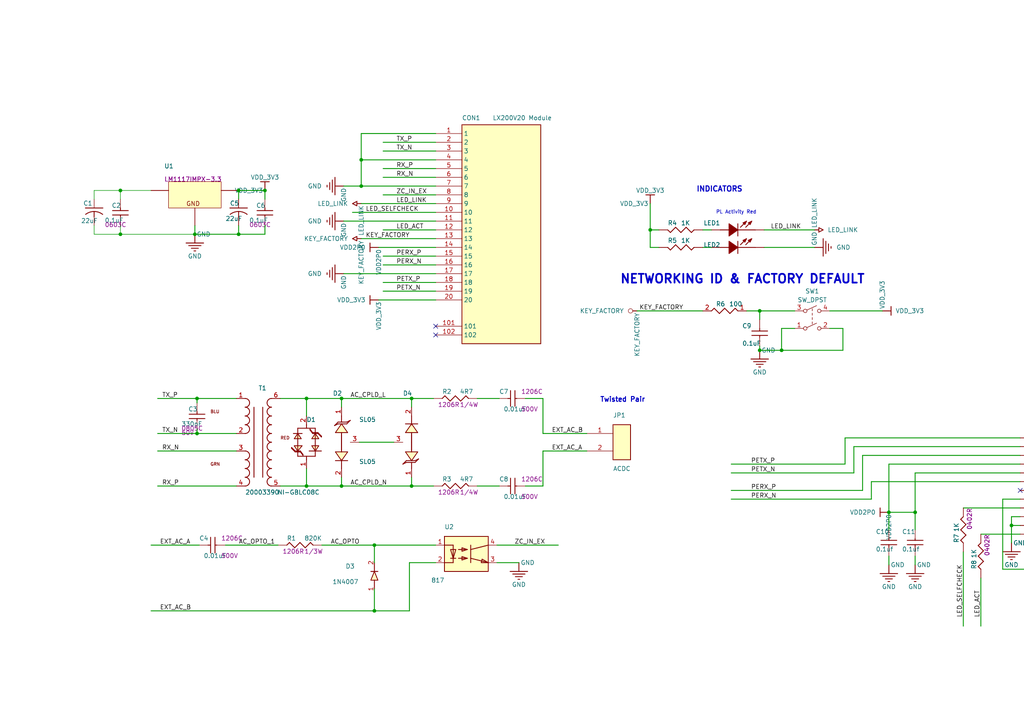
<source format=kicad_sch>
(kicad_sch (version 20230409) (generator eeschema)
  (paper "A4")
  (lib_symbols
    (symbol "01_Power-altium-import:GND" (power)
      (property "Reference" "#PWR" (at 0 0 0))
      (property "Value" "GND" (at 0 6.35 0))
      (symbol "GND_0_0"
        (pin power_in line (at 0 0 0) (length 0) (name "GND") (number ""))
      )
    )
    (symbol "01_Power-altium-import:KEY_FACTORY" (power)
      (property "Reference" "#PWR" (at 0 0 0))
      (property "Value" "KEY_FACTORY" (at 0 3.81 0))
      (symbol "KEY_FACTORY_0_0"
        (pin power_in line (at 0 0 0) (length 0) (name "KEY_FACTORY") (number ""))
      )
    )
    (symbol "01_Power-altium-import:LED_LINK" (power)
      (property "Reference" "#PWR" (at 0 0 0))
      (property "Value" "LED_LINK" (at 0 3.81 0))
      (symbol "LED_LINK_0_0"
        (pin power_in line (at 0 0 0) (length 0) (name "LED_LINK") (number ""))
      )
    )
    (symbol "01_Power-altium-import:VDD_3V3" (power)
      (property "Reference" "#PWR" (at 0 0 0))
      (property "Value" "VDD_3V3" (at 0 3.81 0))
      (symbol "VDD_3V3_0_0"
        (pin power_in line (at 0 0 0) (length 0) (name "VDD_3V3") (number ""))
      )
    )
    (symbol "01_Power-altium-import:root_0_CAP"
      (symbol "root_0_CAP_1_0"
        (pin passive line (at 2.54 2.54 270) (length 2.54) (name "1") (number "1"))
        (pin passive line (at 2.54 -5.08 90) (length 2.54) (name "2") (number "2"))
      )
    )
    (symbol "01_Power-altium-import:root_0_LED_BLUE"
      (symbol "root_0_LED_BLUE_1_0"
        (pin passive line (at -2.54 -2.54 0) (length 2.54) (name "ANODE") (number "1"))
        (pin passive line (at 12.7 -2.54 180) (length 2.54) (name "CATHODE") (number "2"))
      )
    )
    (symbol "01_Power-altium-import:root_0_LED_RED"
      (symbol "root_0_LED_RED_1_0"
        (pin passive line (at -2.54 -2.54 0) (length 2.54) (name "ANODE") (number "1"))
        (pin passive line (at 12.7 -2.54 180) (length 2.54) (name "CATHODE") (number "2"))
      )
    )
    (symbol "01_Power-altium-import:root_0_LM1117IMPX-3.3"
      (symbol "root_0_LM1117IMPX-3.3_1_0"
        (text "GND" (at 5.08 -7.112 0) (effects (font (size 1.27 1.27)) (justify left bottom)))
        (pin passive line (at -5.08 -2.54 0) (length 5.08) (name "Vin") (number "1"))
        (pin passive line (at 20.32 -2.54 180) (length 5.08) (name "Vout") (number "2"))
        (pin passive line (at 7.62 -12.7 90) (length 5.08) (name "GND") (number "3"))
      )
    )
    (symbol "01_Power-altium-import:root_1_mirrored_R_0_Dup1"
      (symbol "root_1_mirrored_R_0_Dup1_1_0"
        (pin passive line (at 2.54 2.54 180) (length 2.54) (name "1") (number "1"))
        (pin passive line (at -10.16 2.54 0) (length 2.54) (name "2") (number "2"))
      )
    )
    (symbol "01_Power-altium-import:root_2_C"
      (symbol "root_2_C_1_0"
        (pin passive line (at -2.54 -2.54 90) (length 2.54) (name "1") (number "1"))
        (pin passive line (at -2.54 5.08 270) (length 2.54) (name "2") (number "2"))
      )
    )
    (symbol "01_Power-altium-import:root_2_CAP"
      (symbol "root_2_CAP_1_0"
        (pin passive line (at 0 -3.683 90) (length 2.54) (name "1") (number "1"))
        (pin passive line (at 0 3.937 270) (length 2.54) (name "2") (number "2"))
      )
    )
    (symbol "01_Power-altium-import:root_2_RES"
      (symbol "root_2_RES_1_0"
        (pin passive line (at 6.35 0 180) (length 2.54) (name "R1A") (number "1"))
        (pin passive line (at -6.35 0 0) (length 2.54) (name "R1B") (number "2"))
      )
    )
    (symbol "02_Connector-altium-import:GND" (power)
      (property "Reference" "#PWR" (at 0 0 0))
      (property "Value" "GND" (at 0 6.35 0))
      (symbol "GND_0_0"
        (pin power_in line (at 0 0 0) (length 0) (name "GND") (number ""))
      )
    )
    (symbol "02_Connector-altium-import:GND_EARTH" (power)
      (property "Reference" "#PWR" (at 0 0 0))
      (property "Value" "GND_EARTH" (at 0 6.35 0))
      (symbol "GND_EARTH_0_0"
        (pin power_in line (at 0 0 0) (length 0) (name "GND_EARTH") (number ""))
      )
    )
    (symbol "02_Connector-altium-import:KEY_FACTORY" (power)
      (property "Reference" "#PWR" (at 0 0 0))
      (property "Value" "KEY_FACTORY" (at 0 3.81 0))
      (symbol "KEY_FACTORY_0_0"
        (pin power_in line (at 0 0 0) (length 0) (name "KEY_FACTORY") (number ""))
      )
    )
    (symbol "02_Connector-altium-import:LED_LINK" (power)
      (property "Reference" "#PWR" (at 0 0 0))
      (property "Value" "LED_LINK" (at 0 3.81 0))
      (symbol "LED_LINK_0_0"
        (pin power_in line (at 0 0 0) (length 0) (name "LED_LINK") (number ""))
      )
    )
    (symbol "02_Connector-altium-import:VDD2P0" (power)
      (property "Reference" "#PWR" (at 0 0 0))
      (property "Value" "VDD2P0" (at 0 3.81 0))
      (symbol "VDD2P0_0_0"
        (pin power_in line (at 0 0 0) (length 0) (name "VDD2P0") (number ""))
      )
    )
    (symbol "02_Connector-altium-import:VDD_3V3" (power)
      (property "Reference" "#PWR" (at 0 0 0))
      (property "Value" "VDD_3V3" (at 0 3.81 0))
      (symbol "VDD_3V3_0_0"
        (pin power_in line (at 0 0 0) (length 0) (name "VDD_3V3") (number ""))
      )
    )
    (symbol "02_Connector-altium-import:root_0_CAP_Dup1"
      (symbol "root_0_CAP_Dup1_1_0"
        (pin passive line (at 2.54 2.54 270) (length 2.54) (name "Pin1") (number "1"))
        (pin passive line (at 2.54 -5.08 90) (length 2.54) (name "Pin2") (number "2"))
      )
    )
    (symbol "02_Connector-altium-import:root_0_CON3_10"
      (symbol "root_0_CON3_10_1_0"
        (pin passive line (at -7.62 -2.54 0) (length 7.62) (name "1") (number "1"))
        (pin passive line (at -7.62 -7.62 0) (length 7.62) (name "2") (number "2"))
      )
    )
    (symbol "02_Connector-altium-import:root_0_CON40_1"
      (symbol "root_0_CON40_1_1_0"
        (pin passive line (at -7.62 -2.54 0) (length 7.62) (name "1") (number "1"))
        (pin passive line (at -7.62 -25.4 0) (length 7.62) (name "10") (number "10"))
        (pin passive line (at -7.62 -58.42 0) (length 7.62) (name "101") (number "101"))
        (pin passive line (at -7.62 -60.96 0) (length 7.62) (name "102") (number "102"))
        (pin passive line (at -7.62 -27.94 0) (length 7.62) (name "11") (number "11"))
        (pin passive line (at -7.62 -30.48 0) (length 7.62) (name "12") (number "12"))
        (pin passive line (at -7.62 -33.02 0) (length 7.62) (name "13") (number "13"))
        (pin passive line (at -7.62 -35.56 0) (length 7.62) (name "14") (number "14"))
        (pin passive line (at -7.62 -38.1 0) (length 7.62) (name "15") (number "15"))
        (pin passive line (at -7.62 -40.64 0) (length 7.62) (name "16") (number "16"))
        (pin passive line (at -7.62 -43.18 0) (length 7.62) (name "17") (number "17"))
        (pin passive line (at -7.62 -45.72 0) (length 7.62) (name "18") (number "18"))
        (pin passive line (at -7.62 -48.26 0) (length 7.62) (name "19") (number "19"))
        (pin passive line (at -7.62 -5.08 0) (length 7.62) (name "2") (number "2"))
        (pin passive line (at -7.62 -50.8 0) (length 7.62) (name "20") (number "20"))
        (pin passive line (at -7.62 -7.62 0) (length 7.62) (name "3") (number "3"))
        (pin passive line (at -7.62 -10.16 0) (length 7.62) (name "4") (number "4"))
        (pin passive line (at -7.62 -12.7 0) (length 7.62) (name "5") (number "5"))
        (pin passive line (at -7.62 -15.24 0) (length 7.62) (name "6") (number "6"))
        (pin passive line (at -7.62 -17.78 0) (length 7.62) (name "7") (number "7"))
        (pin passive line (at -7.62 -20.32 0) (length 7.62) (name "8") (number "8"))
        (pin passive line (at -7.62 -22.86 0) (length 7.62) (name "9") (number "9"))
      )
    )
    (symbol "02_Connector-altium-import:root_0_COUPLER-6PIN-CE"
      (symbol "root_0_COUPLER-6PIN-CE_1_0"
        (text "BLU" (at -10.16 -4.318 0) (effects (font (size 0.889 0.889)) (justify left bottom)))
        (text "GRN" (at -10.16 -19.558 0) (effects (font (size 0.889 0.889)) (justify left bottom)))
        (text "RED" (at 10.16 -11.938 0) (effects (font (size 0.889 0.889)) (justify left bottom)))
        (pin passive line (at -2.54 0 0) (length 2.54) (name "SEC1") (number "1"))
        (pin passive line (at -2.54 -10.16 0) (length 2.54) (name "SEC2") (number "2"))
        (pin passive line (at -2.54 -15.24 0) (length 2.54) (name "SEC3") (number "3"))
        (pin passive line (at -2.54 -25.4 0) (length 2.54) (name "SEC5") (number "4"))
        (pin passive line (at 10.16 -25.4 180) (length 2.54) (name "PRI5") (number "5"))
        (pin passive line (at 10.16 0 180) (length 2.54) (name "PRI6") (number "6"))
      )
    )
    (symbol "02_Connector-altium-import:root_0_RES"
      (symbol "root_0_RES_1_0"
        (pin passive line (at -6.35 0 0) (length 2.54) (name "R1A") (number "1"))
        (pin passive line (at 6.35 0 180) (length 2.54) (name "R1B") (number "2"))
      )
    )
    (symbol "02_Connector-altium-import:root_0_RJ45-12P-MH"
      (symbol "root_0_RJ45-12P-MH_1_0"
        (pin passive line (at -7.62 -2.54 0) (length 7.62) (name "1") (number "1"))
        (pin passive line (at -7.62 -25.4 0) (length 7.62) (name "10") (number "10"))
        (pin passive line (at -7.62 -27.94 0) (length 7.62) (name "11") (number "11"))
        (pin passive line (at -7.62 -30.48 0) (length 7.62) (name "12") (number "12"))
        (pin power_in line (at 2.54 -35.56 90) (length 2.54) (name "GND") (number "13"))
        (pin power_in line (at 7.62 -35.56 90) (length 2.54) (name "GND") (number "14"))
        (pin passive line (at -7.62 -5.08 0) (length 7.62) (name "2") (number "2"))
        (pin passive line (at -7.62 -7.62 0) (length 7.62) (name "3") (number "3"))
        (pin passive line (at -7.62 -10.16 0) (length 7.62) (name "4") (number "4"))
        (pin passive line (at -7.62 -12.7 0) (length 7.62) (name "5") (number "5"))
        (pin passive line (at -7.62 -15.24 0) (length 7.62) (name "6") (number "6"))
        (pin passive line (at -7.62 -17.78 0) (length 7.62) (name "7") (number "7"))
        (pin passive line (at -7.62 -20.32 0) (length 7.62) (name "8") (number "8"))
        (pin passive line (at -7.62 -22.86 0) (length 7.62) (name "9") (number "9"))
      )
    )
    (symbol "02_Connector-altium-import:root_0_mirrored_GBLC05C"
      (symbol "root_0_mirrored_GBLC05C_1_0"
        (pin passive line (at -5.08 -12.7 90) (length 2.54) (name "C") (number "1"))
        (pin passive line (at -5.08 2.54 270) (length 2.54) (name "A") (number "2"))
      )
    )
    (symbol "02_Connector-altium-import:root_0_mirrored_OPTO-ISOLATOR"
      (symbol "root_0_mirrored_OPTO-ISOLATOR_1_0"
        (pin passive line (at -15.24 -2.54 0) (length 2.54) (name "$PIN0") (number "1"))
        (pin passive line (at -15.24 -7.62 0) (length 2.54) (name "$PIN1") (number "2"))
        (pin passive line (at 2.54 -7.62 180) (length 2.54) (name "$PIN2") (number "3"))
        (pin passive line (at 2.54 -2.54 180) (length 2.54) (name "$PIN3") (number "4"))
      )
    )
    (symbol "02_Connector-altium-import:root_1_INDUCTOR_Dup3"
      (symbol "root_1_INDUCTOR_Dup3_1_0"
        (pin passive line (at -2.54 2.54 0) (length 2.54) (name "1") (number "1"))
        (pin passive line (at 12.7 2.54 180) (length 2.54) (name "2") (number "2"))
      )
    )
    (symbol "02_Connector-altium-import:root_1_RES"
      (symbol "root_1_RES_1_0"
        (pin passive line (at 0 -6.35 90) (length 2.54) (name "R1A") (number "1"))
        (pin passive line (at 0 6.35 270) (length 2.54) (name "R1B") (number "2"))
      )
    )
    (symbol "02_Connector-altium-import:root_1_SL05T3_1"
      (symbol "root_1_SL05T3_1_1_0"
        (pin passive line (at 2.54 17.78 270) (length 2.54) (name "C1") (number "1"))
        (pin passive line (at 2.54 -2.54 90) (length 2.54) (name "C2") (number "2"))
        (pin passive line (at 7.62 7.62 180) (length 2.54) (name "NC") (number "3"))
      )
    )
    (symbol "02_Connector-altium-import:root_1_mirrored_DIODE_0"
      (symbol "root_1_mirrored_DIODE_0_1_0"
        (pin passive line (at -2.54 0 90) (length 0) (name "K") (number "1"))
        (pin passive line (at -2.54 7.62 270) (length 0) (name "A") (number "2"))
      )
    )
    (symbol "02_Connector-altium-import:root_2_CAP"
      (symbol "root_2_CAP_1_0"
        (pin passive line (at 0 -3.683 90) (length 2.54) (name "1") (number "1"))
        (pin passive line (at 0 3.937 270) (length 2.54) (name "2") (number "2"))
      )
    )
    (symbol "02_Connector-altium-import:root_3_CAP"
      (symbol "root_3_CAP_1_0"
        (pin passive line (at 3.683 0 180) (length 2.54) (name "1") (number "1"))
        (pin passive line (at -3.937 0 0) (length 2.54) (name "2") (number "2"))
      )
    )
    (symbol "02_Connector-altium-import:root_3_SL05T3_1"
      (symbol "root_3_SL05T3_1_1_0"
        (pin passive line (at -2.54 -17.78 90) (length 2.54) (name "C1") (number "1"))
        (pin passive line (at -2.54 2.54 270) (length 2.54) (name "C2") (number "2"))
        (pin passive line (at -7.62 -7.62 0) (length 2.54) (name "NC") (number "3"))
      )
    )
    (symbol "Switch:SW_DPST" (pin_names (offset 0) hide)
      (property "Reference" "SW" (at 0 5.08 0))
      (property "Value" "SW_DPST" (at 0 -5.08 0))
      (symbol "SW_DPST_1_1"
        (pin passive line (at -5.08 -2.54 0) (length 2.54) (name "1") (number "1"))
        (pin passive line (at 5.08 -2.54 180) (length 2.54) (name "2") (number "2"))
        (pin passive line (at -5.08 2.54 0) (length 2.54) (name "3") (number "3"))
        (pin passive line (at 5.08 2.54 180) (length 2.54) (name "4") (number "4"))
      )
    )
  )
  (junction (at 220.345 90.17))
  (junction (at 188.595 66.675))
  (junction (at 69.215 55.245))
  (junction (at 119.38 140.97))
  (junction (at 76.835 55.245))
  (junction (at 306.07 165.1))
  (junction (at 311.15 170.18))
  (junction (at 108.585 158.115))
  (junction (at 56.515 67.945))
  (junction (at 34.925 55.245))
  (junction (at 57.15 115.57))
  (junction (at 293.37 152.4))
  (junction (at 88.9 140.97))
  (junction (at 99.06 140.97))
  (junction (at 104.775 46.355))
  (junction (at 69.215 67.945))
  (junction (at 57.15 125.73))
  (junction (at 88.9 115.57))
  (junction (at 104.775 53.975))
  (junction (at 226.695 101.6))
  (junction (at 311.15 165.1))
  (junction (at 265.43 148.59))
  (junction (at 108.585 177.165))
  (junction (at 220.345 101.6))
  (junction (at 34.925 67.945))
  (junction (at 119.38 115.57))
  (junction (at 334.01 170.18))
  (junction (at 99.06 115.57))
  (junction (at 257.81 148.59))
  (no_connect (at 295.91 142.24))
  (no_connect (at 126.365 97.155))
  (no_connect (at 126.365 94.615))
  (wire (pts (xy 250.19 142.24) (xy 250.19 132.08)) (stroke (width 0.254)))
  (wire (pts (xy 69.215 67.945) (xy 76.835 67.945)) (stroke (width 0.254)))
  (wire (pts (xy 188.595 71.755) (xy 188.595 66.675)) (stroke (width 0.254)))
  (wire (pts (xy 27.305 67.945) (xy 34.925 67.945)))
  (wire (pts (xy 161.925 158.115) (xy 144.145 158.115)) (stroke (width 0.254)))
  (wire (pts (xy 252.73 144.78) (xy 252.73 139.7)) (stroke (width 0.254)))
  (wire (pts (xy 126.365 41.275) (xy 111.125 41.275)) (stroke (width 0.254)))
  (wire (pts (xy 257.81 148.59) (xy 257.81 153.67)) (stroke (width 0.254)))
  (wire (pts (xy 76.835 55.245) (xy 69.215 55.245)) (stroke (width 0.254)))
  (wire (pts (xy 236.22 66.675) (xy 221.615 66.675)) (stroke (width 0.254)))
  (wire (pts (xy 290.83 144.78) (xy 290.83 165.1)) (stroke (width 0.254)))
  (wire (pts (xy 257.81 134.62) (xy 257.81 148.59)) (stroke (width 0.254)))
  (wire (pts (xy 104.775 46.355) (xy 104.775 53.975)) (stroke (width 0.254)))
  (wire (pts (xy 236.22 71.755) (xy 221.615 71.755)) (stroke (width 0.254)))
  (wire (pts (xy 157.48 125.73) (xy 157.48 115.57)) (stroke (width 0.254)))
  (wire (pts (xy 104.775 53.975) (xy 99.695 53.975)) (stroke (width 0.254)))
  (wire (pts (xy 293.37 149.86) (xy 293.37 152.4)) (stroke (width 0.254)))
  (wire (pts (xy 265.43 137.16) (xy 265.43 148.59)) (stroke (width 0.254)))
  (wire (pts (xy 88.9 140.97) (xy 81.28 140.97)) (stroke (width 0.254)))
  (wire (pts (xy 220.345 100.33) (xy 220.345 101.6)) (stroke (width 0.254)))
  (wire (pts (xy 206.375 71.755) (xy 203.835 71.755)) (stroke (width 0.254)))
  (wire (pts (xy 245.11 134.62) (xy 212.09 134.62)) (stroke (width 0.254)))
  (wire (pts (xy 311.15 170.18) (xy 311.15 175.26)) (stroke (width 0.254)))
  (wire (pts (xy 306.07 160.02) (xy 306.07 165.1)) (stroke (width 0.254)))
  (wire (pts (xy 306.07 165.1) (xy 311.15 165.1)) (stroke (width 0.254)))
  (wire (pts (xy 334.01 170.18) (xy 334.01 173.99)) (stroke (width 0.254)))
  (wire (pts (xy 34.925 65.405) (xy 34.925 67.945)))
  (wire (pts (xy 88.9 115.57) (xy 81.28 115.57)) (stroke (width 0.254)))
  (wire (pts (xy 99.06 140.97) (xy 99.06 138.43)) (stroke (width 0.254)))
  (wire (pts (xy 99.06 118.11) (xy 99.06 115.57)) (stroke (width 0.254)))
  (wire (pts (xy 126.365 81.915) (xy 111.125 81.915)) (stroke (width 0.254)))
  (wire (pts (xy 220.345 90.17) (xy 220.345 92.71)) (stroke (width 0.254)))
  (wire (pts (xy 119.38 140.97) (xy 99.06 140.97)) (stroke (width 0.254)))
  (wire (pts (xy 144.78 140.97) (xy 138.43 140.97)) (stroke (width 0.254)))
  (wire (pts (xy 144.78 115.57) (xy 138.43 115.57)) (stroke (width 0.254)))
  (wire (pts (xy 45.72 125.73) (xy 57.15 125.73)) (stroke (width 0.254)))
  (wire (pts (xy 27.305 57.785) (xy 27.305 55.245)))
  (wire (pts (xy 295.91 137.16) (xy 265.43 137.16)) (stroke (width 0.254)))
  (wire (pts (xy 126.365 46.355) (xy 104.775 46.355)) (stroke (width 0.254)))
  (wire (pts (xy 212.09 142.24) (xy 250.19 142.24)) (stroke (width 0.254)))
  (wire (pts (xy 334.01 165.1) (xy 334.01 170.18)) (stroke (width 0.254)))
  (wire (pts (xy 150.495 163.195) (xy 144.145 163.195)) (stroke (width 0.254)))
  (wire (pts (xy 126.365 84.455) (xy 111.125 84.455)) (stroke (width 0.254)))
  (wire (pts (xy 191.135 66.675) (xy 188.595 66.675)) (stroke (width 0.254)))
  (wire (pts (xy 126.365 163.195) (xy 118.745 163.195)) (stroke (width 0.254)))
  (wire (pts (xy 76.835 67.945) (xy 76.835 65.405)) (stroke (width 0.254)))
  (wire (pts (xy 240.665 90.17) (xy 255.905 90.17)) (stroke (width 0.254)))
  (wire (pts (xy 220.345 90.17) (xy 216.535 90.17)) (stroke (width 0.254)))
  (wire (pts (xy 188.595 66.675) (xy 188.595 59.055)) (stroke (width 0.254)))
  (wire (pts (xy 125.73 115.57) (xy 119.38 115.57)) (stroke (width 0.254)))
  (wire (pts (xy 293.37 152.4) (xy 295.91 152.4)) (stroke (width 0.254)))
  (wire (pts (xy 226.695 101.6) (xy 244.475 101.6)) (stroke (width 0.254)))
  (wire (pts (xy 76.835 57.785) (xy 76.835 55.245)) (stroke (width 0.254)))
  (wire (pts (xy 295.91 149.86) (xy 293.37 149.86)) (stroke (width 0.254)))
  (wire (pts (xy 293.37 152.4) (xy 293.37 157.48)) (stroke (width 0.254)))
  (wire (pts (xy 126.365 66.675) (xy 111.125 66.675)) (stroke (width 0.254)))
  (wire (pts (xy 126.365 53.975) (xy 104.775 53.975)) (stroke (width 0.254)))
  (wire (pts (xy 226.695 95.25) (xy 230.505 95.25)) (stroke (width 0.254)))
  (wire (pts (xy 247.65 137.16) (xy 212.09 137.16)) (stroke (width 0.254)))
  (wire (pts (xy 68.58 140.97) (xy 45.72 140.97)) (stroke (width 0.254)))
  (wire (pts (xy 206.375 66.675) (xy 203.835 66.675)) (stroke (width 0.254)))
  (wire (pts (xy 311.15 165.1) (xy 311.15 170.18)) (stroke (width 0.254)))
  (wire (pts (xy 126.365 56.515) (xy 111.125 56.515)) (stroke (width 0.254)))
  (wire (pts (xy 45.72 115.57) (xy 57.15 115.57)) (stroke (width 0.254)))
  (wire (pts (xy 57.15 125.73) (xy 68.58 125.73)) (stroke (width 0.254)))
  (wire (pts (xy 328.93 165.1) (xy 334.01 165.1)) (stroke (width 0.254)))
  (wire (pts (xy 126.365 79.375) (xy 99.695 79.375)) (stroke (width 0.254)))
  (wire (pts (xy 69.215 65.405) (xy 69.215 67.945)) (stroke (width 0.254)))
  (wire (pts (xy 184.785 90.17) (xy 203.835 90.17)) (stroke (width 0.254)))
  (wire (pts (xy 212.09 144.78) (xy 252.73 144.78)) (stroke (width 0.254)))
  (wire (pts (xy 295.91 127) (xy 245.11 127)) (stroke (width 0.254)))
  (wire (pts (xy 126.365 71.755) (xy 109.855 71.755)) (stroke (width 0.254)))
  (wire (pts (xy 240.665 95.25) (xy 244.475 95.25)) (stroke (width 0.254)))
  (wire (pts (xy 69.215 55.245) (xy 69.215 57.785)) (stroke (width 0.254)))
  (wire (pts (xy 56.515 67.945) (xy 69.215 67.945)) (stroke (width 0.254)))
  (wire (pts (xy 126.365 51.435) (xy 111.125 51.435)) (stroke (width 0.254)))
  (wire (pts (xy 126.365 48.895) (xy 111.125 48.895)) (stroke (width 0.254)))
  (wire (pts (xy 119.38 118.11) (xy 119.38 115.57)) (stroke (width 0.254)))
  (wire (pts (xy 99.06 115.57) (xy 88.9 115.57)) (stroke (width 0.254)))
  (wire (pts (xy 119.38 140.97) (xy 119.38 138.43)) (stroke (width 0.254)))
  (wire (pts (xy 126.365 64.135) (xy 99.695 64.135)) (stroke (width 0.254)))
  (wire (pts (xy 252.73 139.7) (xy 295.91 139.7)) (stroke (width 0.254)))
  (wire (pts (xy 126.365 76.835) (xy 111.125 76.835)) (stroke (width 0.254)))
  (wire (pts (xy 27.305 55.245) (xy 34.925 55.245)))
  (wire (pts (xy 157.48 140.97) (xy 157.48 130.81)) (stroke (width 0.254)))
  (wire (pts (xy 245.11 127) (xy 245.11 134.62)) (stroke (width 0.254)))
  (wire (pts (xy 265.43 148.59) (xy 265.43 153.67)) (stroke (width 0.254)))
  (wire (pts (xy 57.15 115.57) (xy 68.58 115.57)) (stroke (width 0.254)))
  (wire (pts (xy 27.305 65.405) (xy 27.305 67.945)))
  (wire (pts (xy 118.745 163.195) (xy 118.745 177.165)) (stroke (width 0.254)))
  (wire (pts (xy 126.365 38.735) (xy 104.775 38.735)) (stroke (width 0.254)))
  (wire (pts (xy 152.4 140.97) (xy 157.48 140.97)) (stroke (width 0.254)))
  (wire (pts (xy 34.925 55.245) (xy 43.815 55.245)))
  (wire (pts (xy 290.83 165.1) (xy 306.07 165.1)) (stroke (width 0.254)))
  (wire (pts (xy 108.585 177.165) (xy 108.585 170.815)) (stroke (width 0.254)))
  (wire (pts (xy 157.48 130.81) (xy 170.18 130.81)) (stroke (width 0.254)))
  (wire (pts (xy 244.475 101.6) (xy 244.475 95.25)) (stroke (width 0.254)))
  (wire (pts (xy 157.48 115.57) (xy 152.4 115.57)) (stroke (width 0.254)))
  (wire (pts (xy 170.18 125.73) (xy 157.48 125.73)) (stroke (width 0.254)))
  (wire (pts (xy 57.785 158.115) (xy 43.815 158.115)) (stroke (width 0.254)))
  (wire (pts (xy 279.4 160.02) (xy 279.4 181.61)) (stroke (width 0.254)))
  (wire (pts (xy 56.515 65.405) (xy 56.515 67.945)) (stroke (width 0.254)))
  (wire (pts (xy 257.81 148.59) (xy 265.43 148.59)) (stroke (width 0.254)))
  (wire (pts (xy 295.91 129.54) (xy 247.65 129.54)) (stroke (width 0.254)))
  (wire (pts (xy 108.585 158.115) (xy 126.365 158.115)) (stroke (width 0.254)))
  (wire (pts (xy 57.15 116.84) (xy 57.15 115.57)) (stroke (width 0.254)))
  (wire (pts (xy 118.745 177.165) (xy 108.585 177.165)) (stroke (width 0.254)))
  (wire (pts (xy 220.345 90.17) (xy 230.505 90.17)) (stroke (width 0.254)))
  (wire (pts (xy 311.15 165.1) (xy 311.15 160.02)) (stroke (width 0.254)))
  (wire (pts (xy 108.585 177.165) (xy 43.815 177.165)) (stroke (width 0.254)))
  (wire (pts (xy 126.365 43.815) (xy 111.125 43.815)) (stroke (width 0.254)))
  (wire (pts (xy 126.365 61.595) (xy 102.235 61.595)) (stroke (width 0.254)))
  (wire (pts (xy 57.15 124.46) (xy 57.15 125.73)) (stroke (width 0.254)))
  (wire (pts (xy 88.9 120.65) (xy 88.9 115.57)) (stroke (width 0.254)))
  (wire (pts (xy 68.58 130.81) (xy 45.72 130.81)) (stroke (width 0.254)))
  (wire (pts (xy 126.365 59.055) (xy 104.775 59.055)) (stroke (width 0.254)))
  (wire (pts (xy 88.9 140.97) (xy 88.9 135.89)) (stroke (width 0.254)))
  (wire (pts (xy 295.91 144.78) (xy 290.83 144.78)) (stroke (width 0.254)))
  (wire (pts (xy 226.695 95.25) (xy 226.695 101.6)) (stroke (width 0.254)))
  (wire (pts (xy 108.585 163.195) (xy 108.585 158.115)) (stroke (width 0.254)))
  (wire (pts (xy 80.645 158.115) (xy 65.405 158.115)) (stroke (width 0.254)))
  (wire (pts (xy 247.65 129.54) (xy 247.65 137.16)) (stroke (width 0.254)))
  (wire (pts (xy 125.73 140.97) (xy 119.38 140.97)) (stroke (width 0.254)))
  (wire (pts (xy 93.345 158.115) (xy 108.585 158.115)) (stroke (width 0.254)))
  (wire (pts (xy 220.345 101.6) (xy 226.695 101.6)) (stroke (width 0.254)))
  (wire (pts (xy 126.365 69.215) (xy 104.775 69.215)) (stroke (width 0.254)))
  (wire (pts (xy 126.365 86.995) (xy 109.855 86.995)) (stroke (width 0.254)))
  (wire (pts (xy 265.43 163.83) (xy 265.43 161.29)) (stroke (width 0.254)))
  (wire (pts (xy 257.81 163.83) (xy 257.81 161.29)) (stroke (width 0.254)))
  (wire (pts (xy 99.06 140.97) (xy 88.9 140.97)) (stroke (width 0.254)))
  (wire (pts (xy 295.91 147.32) (xy 279.4 147.32)) (stroke (width 0.254)))
  (wire (pts (xy 295.91 134.62) (xy 257.81 134.62)) (stroke (width 0.254)))
  (wire (pts (xy 104.775 38.735) (xy 104.775 46.355)) (stroke (width 0.254)))
  (wire (pts (xy 114.3 128.27) (xy 104.14 128.27)) (stroke (width 0.254)))
  (wire (pts (xy 313.69 170.18) (xy 311.15 170.18)) (stroke (width 0.254)))
  (wire (pts (xy 191.135 71.755) (xy 188.595 71.755)) (stroke (width 0.254)))
  (wire (pts (xy 34.925 57.785) (xy 34.925 55.245)))
  (wire (pts (xy 284.48 167.64) (xy 284.48 181.61)) (stroke (width 0.254)))
  (wire (pts (xy 126.365 74.295) (xy 111.125 74.295)) (stroke (width 0.254)))
  (wire (pts (xy 119.38 115.57) (xy 99.06 115.57)) (stroke (width 0.254)))
  (wire (pts (xy 334.01 170.18) (xy 328.93 170.18)) (stroke (width 0.254)))
  (wire (pts (xy 250.19 132.08) (xy 295.91 132.08)) (stroke (width 0.254)))
  (wire (pts (xy 311.15 165.1) (xy 313.69 165.1)) (stroke (width 0.254)))
  (wire (pts (xy 284.48 154.94) (xy 295.91 154.94)) (stroke (width 0.254)))
  (wire (pts (xy 34.925 67.945) (xy 56.515 67.945)))
  (text "Twisted Pair" (at 173.99 116.84 0) (effects (font (size 1.397 1.397) bold) (justify left bottom)))
  (text "INDICATORS" (at 201.93 55.88 0) (effects (font (size 1.524 1.524) bold) (justify left bottom)))
  (text "NETWORKING ID & FACTORY DEFAULT" (at 179.705 82.55 0) (effects (font (size 2.54 2.54) bold) (justify left bottom)))
  (text "PL Activity Red" (at 207.645 62.23 0) (effects (font (size 1.016 1.016)) (justify left bottom)))
  (label "PERX_N" (at 217.805 144.78 0))
  (label "EXT_AC_A" (at 46.355 158.115 0))
  (label "KEY_FACTORY" (at 106.045 69.215 0))
  (label "PERX_N" (at 114.935 76.835 0))
  (label "LED_ACT" (at 284.48 179.07 90))
  (label "AC_CPLD_N" (at 101.6 140.97 0))
  (label "AC_OPTO" (at 95.885 158.115 0))
  (label "PETX_N" (at 217.805 137.16 0))
  (label "PETX_N" (at 114.935 84.455 0))
  (label "ZC_IN_EX" (at 149.225 158.115 0))
  (label "TX_P" (at 114.935 41.275 0))
  (label "TX_N" (at 114.935 43.815 0))
  (label "LED_SELFCHECK" (at 279.4 179.07 90))
  (label "PETX_P" (at 114.935 81.915 0))
  (label "KEY_FACTORY" (at 185.42 90.17 0))
  (label "ZC_IN_EX" (at 114.935 56.515 0))
  (label "RX_N" (at 46.99 130.81 0))
  (label "EXT_AC_B" (at 46.355 177.165 0))
  (label "LED_LINK" (at 114.935 59.055 0))
  (label "TX_P" (at 46.99 115.57 0))
  (label "EXT_AC_A" (at 160.02 130.81 0))
  (label "PERX_P" (at 217.805 142.24 0))
  (label "RX_P" (at 114.935 48.895 0))
  (label "AC_CPLD_L" (at 101.6 115.57 0))
  (label "LED_ACT" (at 114.935 66.675 0))
  (label "TX_N" (at 46.99 125.73 0))
  (label "LED_SELFCHECK" (at 106.045 61.595 0))
  (label "RX_N" (at 114.935 51.435 0))
  (label "AC_OPTO_1" (at 69.215 158.115 0))
  (label "PETX_P" (at 217.805 134.62 0))
  (label "LED_LINK" (at 223.52 66.675 0))
  (label "EXT_AC_B" (at 160.02 125.73 0))
  (label "PERX_P" (at 114.935 74.295 0))
  (label "RX_P" (at 46.99 140.97 0))
  (symbol (lib_id "02_Connector-altium-import:root_0_CAP_Dup1") (at 262.89 156.21 0) (unit 1)
    (property "Reference" "C11" (at 261.62 154.94 0) (effects (justify left bottom)))
    (property "Value" "0.1uf" (at 261.62 160.02 0) (effects (justify left bottom)))
    (property "Footprint" "0402C_3D" (effects hide))
    (property "TOLERANCE" "+/-20%" (effects hide))
    (property "VOLTAGE" "6.3V" (effects hide))
    (property "ATHEROS KEY" "032-106CM-001" (effects hide))
    (property "ATHEROSDESCRIPTION" "CAP,0603,X5R,10uF,+/-20%,6.3V" (effects hide))
    (property "CISPARTTYPE" "Capacito~{r}0603" (effects hide))
  )
  (symbol (lib_id "02_Connector-altium-import:GND") (at 99.695 79.375 270) (unit 1)
    (property "Reference" "#PWR05" (effects hide))
    (property "Value" "GND" (at 93.345 79.375 90) (effects (justify right)))
  )
  (symbol (lib_id "02_Connector-altium-import:GND") (at 293.37 157.48 0) (unit 1)
    (property "Reference" "#PWR020" (effects hide))
    (property "Value" "GND" (at 293.37 163.83 0))
  )
  (symbol (lib_id "01_Power-altium-import:root_2_CAP") (at 76.835 61.722 0) (unit 1)
    (property "Reference" "C6" (at 74.295 60.325 0) (effects (justify left bottom)))
    (property "Value" "0.1uF" (at 72.263 64.643 0) (effects (justify left bottom)))
    (property "DIELECTRIC" "COG/NPO/COH" (effects hide))
    (property "PACKAGE" "0603C" (at 72.263 65.913 0) (effects (justify left bottom)))
    (property "RATEDVOLTAGE" "50V" (effects hide))
    (property "TOLERANCE" "±20%" (effects hide))
    (property "ALTIUM_VALUE" "0.1uF" (effects hide))
  )
  (symbol (lib_id "01_Power-altium-import:root_0_LED_RED") (at 208.915 69.215 0) (unit 1)
    (property "Reference" "LED2" (at 208.915 71.755 0) (effects (justify right bottom)))
    (property "Value" "LED_RED" (effects hide))
    (property "Footprint" "LED0603_RED_3D" (effects hide))
  )
  (symbol (lib_id "01_Power-altium-import:root_2_C") (at 222.885 97.79 0) (unit 1)
    (property "Reference" "C9" (at 215.265 95.25 0) (effects (justify left bottom)))
    (property "Value" "0.1uF" (at 215.265 100.33 0) (effects (justify left bottom)))
    (property "Footprint" "0402C_3D" (effects hide))
    (property "PACKAGE" "0603" (effects hide))
  )
  (symbol (lib_id "01_Power-altium-import:GND") (at 220.345 101.6 0) (unit 1)
    (property "Reference" "#PWR013" (effects hide))
    (property "Value" "GND" (at 220.345 107.95 0))
  )
  (symbol (lib_id "02_Connector-altium-import:VDD2P0") (at 257.81 148.59 270) (unit 1)
    (property "Reference" "#PWR017" (effects hide))
    (property "Value" "VDD2P0" (at 254 148.59 90) (effects (justify right)))
  )
  (symbol (lib_id "02_Connector-altium-import:root_0_CON3_10") (at 177.8 123.19 0) (unit 1)
    (property "Reference" "JP1" (at 177.8 121.158 0) (effects (justify left bottom)))
    (property "Value" "ACDC" (at 177.8 136.652 0) (effects (justify left bottom)))
    (property "Footprint" "JK128-750-2" (effects hide))
  )
  (symbol (lib_id "02_Connector-altium-import:root_1_mirrored_DIODE_0") (at 111.125 170.815 0) (unit 1)
    (property "Reference" "D3" (at 100.203 164.973 0) (effects (justify left bottom)))
    (property "Value" "1N4007" (at 96.393 168.021 0) (effects (justify left top)))
    (property "Footprint" "DO-214AC" (effects hide))
    (property "PART TYPE" "RECTIFIER" (effects hide))
    (property "MANUFACTURER P/N" "1N4004RLG" (effects hide))
    (property "MANUFACTURER" "DIODES" (effects hide))
    (property "INTELLON P/N" "DIOD-00005" (effects hide))
  )
  (symbol (lib_id "02_Connector-altium-import:GND") (at 150.495 163.195 0) (unit 1)
    (property "Reference" "#PWR010" (effects hide))
    (property "Value" "GND" (at 150.495 169.545 0))
  )
  (symbol (lib_id "01_Power-altium-import:VDD_3V3") (at 76.835 55.245 180) (unit 1)
    (property "Reference" "#PWR02" (effects hide))
    (property "Value" "VDD_3V3" (at 76.835 51.435 0))
  )
  (symbol (lib_id "02_Connector-altium-import:root_0_RJ45-12P-MH") (at 303.53 124.46 0) (unit 1)
    (property "Reference" "CON2" (at 303.53 121.158 0) (effects (justify left bottom)))
    (property "Value" "J0011D21BNL" (at 303.53 123.698 0) (effects (justify left bottom)))
    (property "Footprint" "RJ45-B_3D" (effects hide))
    (property "CISPARTTYPE" "Connector~{s}Thru_Hole" (effects hide))
    (property "ATHEROSDESCRIPTION" "CON,TH,RJ45,10/100B-TX,1PORT,1X1" (effects hide))
    (property "ATHEROS KEY" "140-00214-000" (effects hide))
  )
  (symbol (lib_id "02_Connector-altium-import:LED_LINK") (at 104.775 59.055 270) (unit 1)
    (property "Reference" "#PWR06" (effects hide))
    (property "Value" "LED_LINK" (at 100.965 59.055 90) (effects (justify right)))
  )
  (symbol (lib_id "02_Connector-altium-import:root_0_COUPLER-6PIN-CE") (at 71.12 115.57 0) (unit 1)
    (property "Reference" "T1" (at 74.93 113.284 0) (effects (justify left bottom)))
    (property "Value" "20003390" (at 71.12 143.51 0) (effects (justify left bottom)))
    (property "Footprint" "TRAN-LW" (effects hide))
    (property "DATA SHEET" "file:///V~{:}LIBRARIE~{S}orca~{d}ODB~{C}Data%20Sheet~{s}20003390.pdf#V~{:}LIBRARIE~{S}orca~{d}ODB~{C}Data Sheet~{s}20003390.pdf" (effects hide))
    (property "MANUFACTURER P/N" "20003390" (effects hide))
    (property "MANUFACTURER" "INTELLON" (effects hide))
    (property "RATING" "4 MHz-21 MHz" (effects hide))
    (property "PART TYPE" "INTELLON" (effects hide))
    (property "INTELLON P/N" "20003390" (effects hide))
    (property "STATUS" "ACTIVE" (effects hide))
  )
  (symbol (lib_id "02_Connector-altium-import:root_0_RES") (at 86.995 158.115 0) (unit 1)
    (property "Reference" "R1" (at 83.185 156.845 0) (effects (justify left bottom)))
    (property "Value" "${ALTIUM_VALUE}" (at 88.265 156.845 0) (effects (justify left bottom)))
    (property "Footprint" "1206R_3D" (effects hide))
    (property "PACKAGE" "1206R" (at 81.915 160.655 0) (effects (justify left bottom)))
    (property "TOLERANCE" "±1%" (effects hide))
    (property "ALTIUM_VALUE" "820K" (effects hide))
    (property "POWER RATINGAT" "1/3W" (at 88.265 160.655 0) (effects (justify left bottom)))
    (property "MAXWORKINGVOLTAGE" "50V" (effects hide))
    (property "TEMPERATURE" "-55°C~+125°C" (effects hide))
  )
  (symbol (lib_id "02_Connector-altium-import:root_0_CON40_1") (at 133.985 36.195 0) (unit 1)
    (property "Reference" "CON1" (at 133.985 34.925 0) (effects (justify left bottom)))
    (property "Value" "LX200V20 Module" (at 142.875 34.925 0) (effects (justify left bottom)))
    (property "Footprint" "PLC_Module" (effects hide))
  )
  (symbol (lib_id "01_Power-altium-import:VDD_3V3") (at 255.905 90.17 90) (unit 1)
    (property "Reference" "#PWR016" (effects hide))
    (property "Value" "VDD_3V3" (at 259.715 90.17 90) (effects (justify right)))
  )
  (symbol (lib_id "02_Connector-altium-import:KEY_FACTORY") (at 104.775 69.215 270) (unit 1)
    (property "Reference" "#PWR07" (effects hide))
    (property "Value" "KEY_FACTORY" (at 100.965 69.215 90) (effects (justify right)))
  )
  (symbol (lib_id "02_Connector-altium-import:root_1_RES") (at 284.48 161.29 0) (unit 1)
    (property "Reference" "R8" (at 283.21 165.1 90) (effects (justify left bottom)))
    (property "Value" "1K" (at 283.21 161.925 90) (effects (justify left bottom)))
    (property "Footprint" "0402R_3D" (effects hide))
    (property "PACKAGE" "0402R" (at 287.02 161.29 90) (effects (justify left bottom)))
    (property "TOLERANCE" "±1%" (effects hide))
    (property "ALTIUM_VALUE" "1K" (effects hide))
    (property "POWER RATINGAT" "1/8W" (effects hide))
    (property "MAXWORKINGVOLTAGE" "50V" (effects hide))
    (property "TEMPERATURE" "-55°C~+125°C" (effects hide))
  )
  (symbol (lib_id "02_Connector-altium-import:root_1_INDUCTOR_Dup3") (at 316.23 167.64 0) (unit 1)
    (property "Reference" "L1" (at 316.23 161.798 0) (effects (justify left bottom)))
    (property "Value" "FB120R" (at 323.85 161.798 0) (effects (justify left bottom)))
  )
  (symbol (lib_id "02_Connector-altium-import:GND") (at 99.695 64.135 270) (unit 1)
    (property "Reference" "#PWR04" (effects hide))
    (property "Value" "GND" (at 93.345 64.135 90) (effects (justify right)))
  )
  (symbol (lib_id "02_Connector-altium-import:root_0_CAP_Dup1") (at 255.27 156.21 0) (unit 1)
    (property "Reference" "C10" (at 254 154.94 0) (effects (justify left bottom)))
    (property "Value" "0.1uf" (at 254 160.02 0) (effects (justify left bottom)))
    (property "Footprint" "0402C_3D" (effects hide))
    (property "TOLERANCE" "+/-20%" (effects hide))
    (property "VOLTAGE" "6.3V" (effects hide))
    (property "ATHEROS KEY" "032-106CM-001" (effects hide))
    (property "ATHEROSDESCRIPTION" "CAP,0603,X5R,10uF,+/-20%,6.3V" (effects hide))
    (property "CISPARTTYPE" "Capacito~{r}0603" (effects hide))
  )
  (symbol (lib_id "01_Power-altium-import:root_0_LED_BLUE") (at 208.915 64.135 0) (unit 1)
    (property "Reference" "LED1" (at 208.915 65.405 0) (effects (justify right bottom)))
    (property "Value" "LED_BLUE" (effects hide))
  )
  (symbol (lib_id "01_Power-altium-import:root_2_RES") (at 197.485 66.675 0) (unit 1)
    (property "Reference" "R4" (at 193.675 65.405 0) (effects (justify left bottom)))
    (property "Value" "1K" (at 197.485 65.405 0) (effects (justify left bottom)))
    (property "Footprint" "0402R_3D" (effects hide))
    (property "PACKAGE" "0402/0603/0805" (effects hide))
    (property "TOLERANCE" "±1%" (effects hide))
    (property "ALTIUM_VALUE" "1K" (effects hide))
    (property "POWER RATINGAT" "1/8W" (effects hide))
    (property "MAXWORKINGVOLTAGE" "50V" (effects hide))
    (property "TEMPERATURE" "-55°C~+125°C" (effects hide))
  )
  (symbol (lib_id "02_Connector-altium-import:root_0_RES") (at 132.08 115.57 0) (unit 1)
    (property "Reference" "R2" (at 128.27 114.3 0) (effects (justify left bottom)))
    (property "Value" "${ALTIUM_VALUE}" (at 133.35 114.3 0) (effects (justify left bottom)))
    (property "Footprint" "1206R_3D" (effects hide))
    (property "PACKAGE" "1206R" (at 127 118.11 0) (effects (justify left bottom)))
    (property "TOLERANCE" "±1%" (effects hide))
    (property "ALTIUM_VALUE" "4R7" (effects hide))
    (property "POWER RATINGAT" "1/4W" (at 133.35 118.11 0) (effects (justify left bottom)))
    (property "MAXWORKINGVOLTAGE" "50V" (effects hide))
    (property "TEMPERATURE" "-55°C~+125°C" (effects hide))
  )
  (symbol (lib_id "01_Power-altium-import:GND") (at 236.22 71.755 90) (unit 1)
    (property "Reference" "#PWR015" (effects hide))
    (property "Value" "GND" (at 242.57 71.755 90) (effects (justify right)))
  )
  (symbol (lib_id "02_Connector-altium-import:root_3_CAP") (at 148.717 140.97 0) (unit 1)
    (property "Reference" "C8" (at 144.78 139.7 0) (effects (justify left bottom)))
    (property "Value" "${ALTIUM_VALUE}" (at 146.05 144.78 0) (effects (justify left bottom)))
    (property "DIELECTRIC" "COG/NPO/COH" (effects hide))
    (property "PACKAGE" "1206C" (at 151.13 139.7 0) (effects (justify left bottom)))
    (property "RATEDVOLTAGE" "500V" (at 151.13 144.78 0) (effects (justify left bottom)))
    (property "TOLERANCE" "±20%" (effects hide))
    (property "ALTIUM_VALUE" "0.01uF" (effects hide))
  )
  (symbol (lib_id "01_Power-altium-import:root_2_CAP") (at 34.925 61.722 0) (unit 1)
    (property "Reference" "C2" (at 32.385 60.325 0) (effects (justify left bottom)))
    (property "Value" "0.1uF" (at 30.353 64.643 0) (effects (justify left bottom)))
    (property "DIELECTRIC" "COG/NPO/COH" (effects hide))
    (property "PACKAGE" "0603C" (at 30.353 65.913 0) (effects (justify left bottom)))
    (property "RATEDVOLTAGE" "50V" (effects hide))
    (property "TOLERANCE" "±20%" (effects hide))
    (property "ALTIUM_VALUE" "0.1uF" (effects hide))
  )
  (symbol (lib_id "02_Connector-altium-import:VDD2P0") (at 109.855 71.755 270) (unit 1)
    (property "Reference" "#PWR08" (effects hide))
    (property "Value" "VDD2P0" (at 106.045 71.755 90) (effects (justify right)))
  )
  (symbol (lib_id "02_Connector-altium-import:root_3_CAP") (at 61.722 158.115 0) (unit 1)
    (property "Reference" "C4" (at 57.785 156.845 0) (effects (justify left bottom)))
    (property "Value" "${ALTIUM_VALUE}" (at 59.055 161.925 0) (effects (justify left bottom)))
    (property "DIELECTRIC" "COG/NPO/COH" (effects hide))
    (property "PACKAGE" "1206C" (at 64.135 156.845 0) (effects (justify left bottom)))
    (property "RATEDVOLTAGE" "500V" (at 64.135 161.925 0) (effects (justify left bottom)))
    (property "TOLERANCE" "±20%" (effects hide))
    (property "ALTIUM_VALUE" "0.01uF" (effects hide))
  )
  (symbol (lib_id "01_Power-altium-import:root_0_CAP") (at 66.675 60.325 0) (unit 1)
    (property "Reference" "C5" (at 66.675 59.69 0) (effects (justify left bottom)))
    (property "Value" "22uF" (at 65.405 64.135 0) (effects (justify left bottom)))
    (property "ATHEROS KEY" "034-226CK-004" (effects hide))
    (property "ATHEROSDESCRIPTION" "CAP,1206,X5R,22uF,+/-10%,25V" (effects hide))
    (property "VOLTAGE" "25V" (effects hide))
    (property "TOLERANCE" "+/-10%" (effects hide))
    (property "CISPARTTYPE" "Capacito~{r}1206" (effects hide))
  )
  (symbol (lib_id "02_Connector-altium-import:GND") (at 99.695 53.975 270) (unit 1)
    (property "Reference" "#PWR03" (effects hide))
    (property "Value" "GND" (at 93.345 53.975 90) (effects (justify right)))
  )
  (symbol (lib_id "02_Connector-altium-import:GND") (at 265.43 163.83 0) (unit 1)
    (property "Reference" "#PWR019" (effects hide))
    (property "Value" "GND" (at 265.43 170.18 0))
  )
  (symbol (lib_id "01_Power-altium-import:KEY_FACTORY") (at 184.785 90.17 270) (unit 1)
    (property "Reference" "#PWR011" (effects hide))
    (property "Value" "KEY_FACTORY" (at 180.975 90.17 90) (effects (justify right)))
  )
  (symbol (lib_id "02_Connector-altium-import:root_1_RES") (at 279.4 153.67 0) (unit 1)
    (property "Reference" "R7" (at 278.13 157.48 90) (effects (justify left bottom)))
    (property "Value" "1K" (at 278.13 154.305 90) (effects (justify left bottom)))
    (property "Footprint" "0402R_3D" (effects hide))
    (property "PACKAGE" "0402R" (at 281.94 153.67 90) (effects (justify left bottom)))
    (property "TOLERANCE" "±1%" (effects hide))
    (property "ALTIUM_VALUE" "1K" (effects hide))
    (property "POWER RATINGAT" "1/8W" (effects hide))
    (property "MAXWORKINGVOLTAGE" "50V" (effects hide))
    (property "TEMPERATURE" "-55°C~+125°C" (effects hide))
  )
  (symbol (lib_id "01_Power-altium-import:GND") (at 56.515 67.945 0) (unit 1)
    (property "Reference" "#PWR01" (effects hide))
    (property "Value" "GND" (at 56.515 74.295 0))
  )
  (symbol (lib_id "01_Power-altium-import:root_2_RES") (at 197.485 71.755 0) (unit 1)
    (property "Reference" "R5" (at 193.675 70.485 0) (effects (justify left bottom)))
    (property "Value" "1K" (at 197.485 70.485 0) (effects (justify left bottom)))
    (property "Footprint" "0402R_3D" (effects hide))
    (property "PACKAGE" "0402/0603/0805" (effects hide))
    (property "TOLERANCE" "±1%" (effects hide))
    (property "ALTIUM_VALUE" "1K" (effects hide))
    (property "POWER RATINGAT" "1/8W" (effects hide))
    (property "MAXWORKINGVOLTAGE" "50V" (effects hide))
    (property "TEMPERATURE" "-55°C~+125°C" (effects hide))
  )
  (symbol (lib_id "01_Power-altium-import:root_1_mirrored_R_0_Dup1") (at 213.995 92.71 0) (unit 1)
    (property "Reference" "R6" (at 207.645 88.9 0) (effects (justify left bottom)))
    (property "Value" "100" (at 211.455 88.9 0) (effects (justify left bottom)))
    (property "Footprint" "0402C_3D" (effects hide))
  )
  (symbol (lib_id "02_Connector-altium-import:root_0_RES") (at 132.08 140.97 0) (unit 1)
    (property "Reference" "R3" (at 128.27 139.7 0) (effects (justify left bottom)))
    (property "Value" "${ALTIUM_VALUE}" (at 133.35 139.7 0) (effects (justify left bottom)))
    (property "Footprint" "1206R_3D" (effects hide))
    (property "PACKAGE" "1206R" (at 127 143.51 0) (effects (justify left bottom)))
    (property "TOLERANCE" "±1%" (effects hide))
    (property "ALTIUM_VALUE" "4R7" (effects hide))
    (property "POWER RATINGAT" "1/4W" (at 133.35 143.51 0) (effects (justify left bottom)))
    (property "MAXWORKINGVOLTAGE" "50V" (effects hide))
    (property "TEMPERATURE" "-55°C~+125°C" (effects hide))
  )
  (symbol (lib_id "01_Power-altium-import:root_0_LM1117IMPX-3.3") (at 48.895 52.705 0) (unit 1)
    (property "Reference" "U1" (at 47.625 48.895 0) (effects (justify left bottom)))
    (property "Value" "${ALTIUM_VALUE}" (effects hide))
    (property "Footprint" "SOT-223" (effects hide))
    (property "PUBLISHED" "24-Mar-1999" (effects hide))
    (property "LATESTREVISIONDATE" "29-May-2009" (effects hide))
    (property "LATESTREVISIONNOTE" "IPC-7351 Footprint Added." (effects hide))
    (property "PACKAGEREFERENCE" "D2PAK" (effects hide))
    (property "ALTIUM_VALUE" "LM1117IMPX-3.3" (at 47.625 52.705 0) (effects (justify left bottom)))
    (property "PACKAGEDESCRIPTION" "3-Pin Transistor Outline Package 2.54 mm Pitch, 15.1 mm Lead Span" (effects hide))
  )
  (symbol (lib_id "02_Connector-altium-import:GND") (at 257.81 163.83 0) (unit 1)
    (property "Reference" "#PWR018" (effects hide))
    (property "Value" "GND" (at 257.81 170.18 0))
  )
  (symbol (lib_id "02_Connector-altium-import:root_3_SL05T3_1") (at 121.92 120.65 0) (unit 1)
    (property "Reference" "D4" (at 116.84 114.808 0) (effects (justify left bottom)))
    (property "Value" "SL05" (at 104.14 134.62 0) (effects (justify left bottom)))
    (property "Footprint" "SOT23-3" (effects hide))
    (property "ICA_MFR_NAME" "ON SEMICONDUCTOR" (effects hide))
    (property "ICA_PARTNUM" "$$2139003$$SL05T3" (effects hide))
    (property "PART NUMBER" "TMP-13" (effects hide))
  )
  (symbol (lib_id "02_Connector-altium-import:root_3_CAP") (at 148.717 115.57 0) (unit 1)
    (property "Reference" "C7" (at 144.78 114.3 0) (effects (justify left bottom)))
    (property "Value" "${ALTIUM_VALUE}" (at 146.05 119.38 0) (effects (justify left bottom)))
    (property "DIELECTRIC" "COG/NPO/COH" (effects hide))
    (property "PACKAGE" "1206C" (at 151.13 114.3 0) (effects (justify left bottom)))
    (property "RATEDVOLTAGE" "500V" (at 151.13 119.38 0) (effects (justify left bottom)))
    (property "TOLERANCE" "±20%" (effects hide))
    (property "ALTIUM_VALUE" "0.01uF" (effects hide))
  )
  (symbol (lib_id "02_Connector-altium-import:root_0_mirrored_OPTO-ISOLATOR") (at 141.605 155.575 0) (unit 1)
    (property "Reference" "U2" (at 128.905 153.543 0) (effects (justify left bottom)))
    (property "Value" "817" (at 128.905 169.037 0) (effects (justify right bottom)))
    (property "Footprint" "DIP-4" (effects hide))
    (property "INTELLON P/N" "ICKT-00335" (effects hide))
    (property "MANUFACTURER" "NEC" (effects hide))
    (property "MANUFACTURER P/N" "PS2561-1-V" (effects hide))
    (property "PART TYPE" "ISOLATION" (effects hide))
  )
  (symbol (lib_id "02_Connector-altium-import:root_1_INDUCTOR_Dup3") (at 316.23 172.72 0) (unit 1)
    (property "Reference" "L2" (at 316.23 166.878 0) (effects (justify left bottom)))
    (property "Value" "FB120R" (at 323.85 166.878 0) (effects (justify left bottom)))
  )
  (symbol (lib_id "02_Connector-altium-import:root_1_SL05T3_1") (at 96.52 135.89 0) (unit 1)
    (property "Reference" "D2" (at 96.52 114.808 0) (effects (justify left bottom)))
    (property "Value" "SL05" (at 104.14 122.428 0) (effects (justify left bottom)))
    (property "Footprint" "SOT23-3" (effects hide))
    (property "ICA_MFR_NAME" "ON SEMICONDUCTOR" (effects hide))
    (property "ICA_PARTNUM" "$$2139003$$SL05T3" (effects hide))
    (property "PART NUMBER" "TMP-13" (effects hide))
  )
  (symbol (lib_id "01_Power-altium-import:LED_LINK") (at 236.22 66.675 90) (unit 1)
    (property "Reference" "#PWR014" (effects hide))
    (property "Value" "LED_LINK" (at 240.03 66.675 90) (effects (justify right)))
  )
  (symbol (lib_id "01_Power-altium-import:VDD_3V3") (at 188.595 59.055 180) (unit 1)
    (property "Reference" "#PWR012" (effects hide))
    (property "Value" "VDD_3V3" (at 188.595 55.245 0))
  )
  (symbol (lib_id "02_Connector-altium-import:GND_EARTH") (at 311.15 175.26 0) (unit 1)
    (property "Reference" "#PWR021" (effects hide))
    (property "Value" "GND_EARTH" (effects hide))
  )
  (symbol (lib_id "Switch:SW_DPST") (at 235.585 92.71 0) (unit 1)
    (property "Reference" "SW1" (at 235.585 84.455 0))
    (property "Value" "SW_DPST" (at 235.585 86.995 0))
  )
  (symbol (lib_id "02_Connector-altium-import:root_0_mirrored_GBLC05C") (at 93.98 123.19 0) (unit 1)
    (property "Reference" "D1" (at 88.9 122.428 0) (effects (justify left bottom)))
    (property "Value" "NI-GBLC08C" (at 92.71 143.51 0) (effects (justify right bottom)))
    (property "Footprint" "SOD323" (effects hide))
    (property "INTELLON P/N" "TMP-475" (effects hide))
    (property "PART TYPE" "TVS" (effects hide))
    (property "POWER" "350W" (effects hide))
    (property "MANUFACTURER" "PROTEK DEVICES" (effects hide))
    (property "MANUFACTURER P/N" "GBLC08C" (effects hide))
    (property "ROHS COMPLIANT" "YES" (effects hide))
    (property "STATUS" "TMP-475" (effects hide))
    (property "DATA SHEET" "file:///V~{:}LIBRARIE~{S}PDF~{s}Protek%20Device~{s}gblci.pdf#V~{:}LIBRARIE~{S}PDF~{s}Protek Device~{s}gblci.pdf" (effects hide))
    (property "ATHEROS KEY" "125-00061-000" (effects hide))
    (property "ATHEROSDESCRIPTION" "DIO,GBLC08C,8V,350W,3pF,LOW CAPACITANCE,SOD323" (effects hide))
  )
  (symbol (lib_id "02_Connector-altium-import:VDD_3V3") (at 109.855 86.995 270) (unit 1)
    (property "Reference" "#PWR09" (effects hide))
    (property "Value" "VDD_3V3" (at 106.045 86.995 90) (effects (justify right)))
  )
  (symbol (lib_id "02_Connector-altium-import:root_2_CAP") (at 57.15 120.777 0) (unit 1)
    (property "Reference" "C3" (at 54.61 119.38 0) (effects (justify left bottom)))
    (property "Value" "${ALTIUM_VALUE}" (at 52.578 123.698 0) (effects (justify left bottom)))
    (property "DIELECTRIC" "COG/NPO/COH" (effects hide))
    (property "PACKAGE" "0805C" (at 52.578 124.968 0) (effects (justify left bottom)))
    (property "RATEDVOLTAGE" "50V" (at 52.578 126.238 0) (effects (justify left bottom)))
    (property "TOLERANCE" "±20%" (effects hide))
    (property "ALTIUM_VALUE" "330pF" (effects hide))
  )
  (symbol (lib_id "01_Power-altium-import:root_0_CAP") (at 24.765 60.325 0) (unit 1)
    (property "Reference" "C1" (at 24.13 59.69 0) (effects (justify left bottom)))
    (property "Value" "22uF" (at 23.495 64.77 0) (effects (justify left bottom)))
    (property "ATHEROS KEY" "034-226CK-004" (effects hide))
    (property "ATHEROSDESCRIPTION" "CAP,1206,X5R,22uF,+/-10%,25V" (effects hide))
    (property "VOLTAGE" "25V" (effects hide))
    (property "TOLERANCE" "+/-10%" (effects hide))
    (property "CISPARTTYPE" "Capacito~{r}1206" (effects hide))
  )
  (symbol (lib_id "02_Connector-altium-import:GND") (at 334.01 173.99 0) (unit 1)
    (property "Reference" "#PWR022" (effects hide))
    (property "Value" "GND" (at 334.01 180.34 0))
  )
)
</source>
